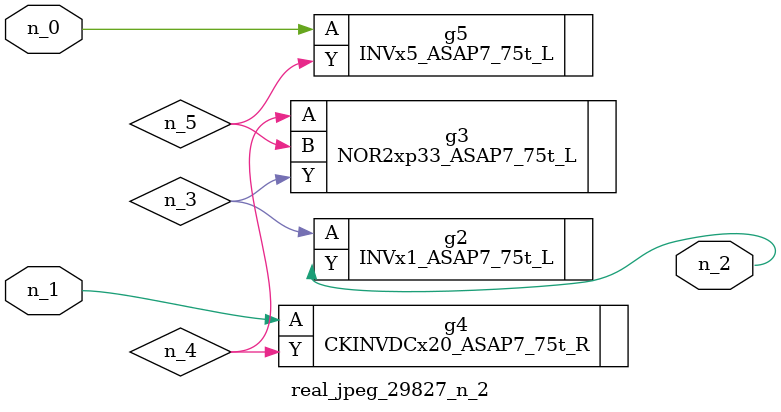
<source format=v>
module real_jpeg_29827_n_2 (n_1, n_0, n_2);

input n_1;
input n_0;

output n_2;

wire n_5;
wire n_4;
wire n_3;

INVx5_ASAP7_75t_L g5 ( 
.A(n_0),
.Y(n_5)
);

CKINVDCx20_ASAP7_75t_R g4 ( 
.A(n_1),
.Y(n_4)
);

INVx1_ASAP7_75t_L g2 ( 
.A(n_3),
.Y(n_2)
);

NOR2xp33_ASAP7_75t_L g3 ( 
.A(n_4),
.B(n_5),
.Y(n_3)
);


endmodule
</source>
